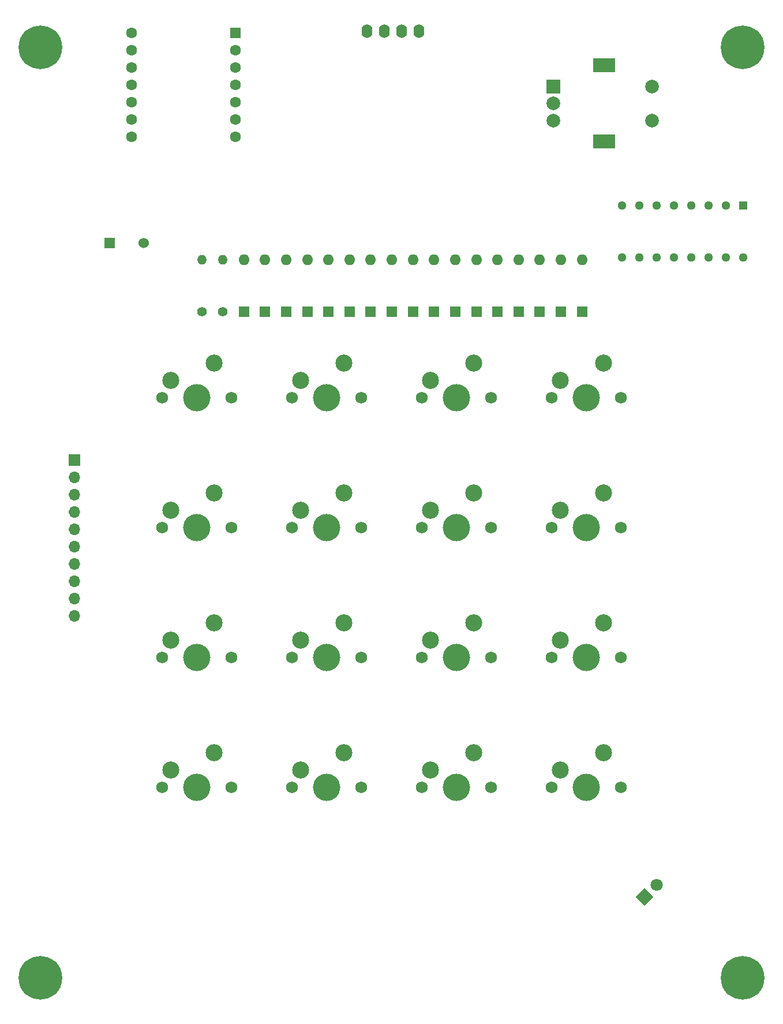
<source format=gts>
G04 #@! TF.GenerationSoftware,KiCad,Pcbnew,8.0.6-8.0.6-0~ubuntu22.04.1*
G04 #@! TF.CreationDate,2024-10-20T22:38:44+08:00*
G04 #@! TF.ProjectId,MacroPad,4d616372-6f50-4616-942e-6b696361645f,rev?*
G04 #@! TF.SameCoordinates,Original*
G04 #@! TF.FileFunction,Soldermask,Top*
G04 #@! TF.FilePolarity,Negative*
%FSLAX46Y46*%
G04 Gerber Fmt 4.6, Leading zero omitted, Abs format (unit mm)*
G04 Created by KiCad (PCBNEW 8.0.6-8.0.6-0~ubuntu22.04.1) date 2024-10-20 22:38:44*
%MOMM*%
%LPD*%
G01*
G04 APERTURE LIST*
G04 Aperture macros list*
%AMRotRect*
0 Rectangle, with rotation*
0 The origin of the aperture is its center*
0 $1 length*
0 $2 width*
0 $3 Rotation angle, in degrees counterclockwise*
0 Add horizontal line*
21,1,$1,$2,0,0,$3*%
G04 Aperture macros list end*
%ADD10C,1.750000*%
%ADD11C,4.000000*%
%ADD12C,2.500000*%
%ADD13R,2.000000X2.000000*%
%ADD14C,2.000000*%
%ADD15R,3.200000X2.000000*%
%ADD16R,1.524000X1.524000*%
%ADD17C,1.524000*%
%ADD18C,6.400000*%
%ADD19R,1.295400X1.295400*%
%ADD20C,1.295400*%
%ADD21RotRect,1.800000X1.800000X45.000000*%
%ADD22C,1.800000*%
%ADD23O,1.600000X2.000000*%
%ADD24R,1.600000X1.600000*%
%ADD25O,1.600000X1.600000*%
%ADD26C,1.400000*%
%ADD27O,1.400000X1.400000*%
%ADD28C,1.600000*%
%ADD29R,1.700000X1.700000*%
%ADD30O,1.700000X1.700000*%
G04 APERTURE END LIST*
D10*
G04 #@! TO.C,SW12*
X99767500Y-121912500D03*
D11*
X104847500Y-121912500D03*
D10*
X109927500Y-121912500D03*
D12*
X101037500Y-119372500D03*
X107387500Y-116832500D03*
G04 #@! TD*
D10*
G04 #@! TO.C,SW14*
X118817500Y-83812500D03*
D11*
X123897500Y-83812500D03*
D10*
X128977500Y-83812500D03*
D12*
X120087500Y-81272500D03*
X126437500Y-78732500D03*
G04 #@! TD*
D10*
G04 #@! TO.C,SW5*
X61667500Y-140962500D03*
D11*
X66747500Y-140962500D03*
D10*
X71827500Y-140962500D03*
D12*
X62937500Y-138422500D03*
X69287500Y-135882500D03*
G04 #@! TD*
D10*
G04 #@! TO.C,SW13*
X99767500Y-140962500D03*
D11*
X104847500Y-140962500D03*
D10*
X109927500Y-140962500D03*
D12*
X101037500Y-138422500D03*
X107387500Y-135882500D03*
G04 #@! TD*
D10*
G04 #@! TO.C,SW8*
X80717500Y-121912500D03*
D11*
X85797500Y-121912500D03*
D10*
X90877500Y-121912500D03*
D12*
X81987500Y-119372500D03*
X88337500Y-116832500D03*
G04 #@! TD*
D10*
G04 #@! TO.C,SW7*
X80717500Y-102862500D03*
D11*
X85797500Y-102862500D03*
D10*
X90877500Y-102862500D03*
D12*
X81987500Y-100322500D03*
X88337500Y-97782500D03*
G04 #@! TD*
D10*
G04 #@! TO.C,SW15*
X118817500Y-102862500D03*
D11*
X123897500Y-102862500D03*
D10*
X128977500Y-102862500D03*
D12*
X120087500Y-100322500D03*
X126437500Y-97782500D03*
G04 #@! TD*
D10*
G04 #@! TO.C,SW11*
X99767500Y-102862500D03*
D11*
X104847500Y-102862500D03*
D10*
X109927500Y-102862500D03*
D12*
X101037500Y-100322500D03*
X107387500Y-97782500D03*
G04 #@! TD*
D13*
G04 #@! TO.C,SW1*
X119072500Y-38157500D03*
D14*
X119072500Y-43157500D03*
X119072500Y-40657500D03*
D15*
X126572500Y-35057500D03*
X126572500Y-46257500D03*
D14*
X133572500Y-43157500D03*
X133572500Y-38157500D03*
G04 #@! TD*
D16*
G04 #@! TO.C,U3*
X53989300Y-61157500D03*
D17*
X58989300Y-61157500D03*
G04 #@! TD*
D18*
G04 #@! TO.C,H2*
X43822500Y-32407500D03*
G04 #@! TD*
D19*
G04 #@! TO.C,U2*
X146902500Y-55657500D03*
D20*
X144362500Y-55657500D03*
X141822500Y-55657500D03*
X139282500Y-55657500D03*
X136742500Y-55657500D03*
X134202500Y-55657500D03*
X131662500Y-55657500D03*
X129122500Y-55657500D03*
X129122500Y-63277500D03*
X131662500Y-63277500D03*
X134202500Y-63277500D03*
X136742500Y-63277500D03*
X139282500Y-63277500D03*
X141822500Y-63277500D03*
X144362500Y-63277500D03*
X146902500Y-63277500D03*
G04 #@! TD*
D10*
G04 #@! TO.C,SW9*
X80717500Y-140962500D03*
D11*
X85797500Y-140962500D03*
D10*
X90877500Y-140962500D03*
D12*
X81987500Y-138422500D03*
X88337500Y-135882500D03*
G04 #@! TD*
D10*
G04 #@! TO.C,SW10*
X99767500Y-83812500D03*
D11*
X104847500Y-83812500D03*
D10*
X109927500Y-83812500D03*
D12*
X101037500Y-81272500D03*
X107387500Y-78732500D03*
G04 #@! TD*
D18*
G04 #@! TO.C,H3*
X146822500Y-168907500D03*
G04 #@! TD*
G04 #@! TO.C,H4*
X43822500Y-168907500D03*
G04 #@! TD*
D10*
G04 #@! TO.C,SW17*
X118817500Y-140962500D03*
D11*
X123897500Y-140962500D03*
D10*
X128977500Y-140962500D03*
D12*
X120087500Y-138422500D03*
X126437500Y-135882500D03*
G04 #@! TD*
D10*
G04 #@! TO.C,SW4*
X61667500Y-121912500D03*
D11*
X66747500Y-121912500D03*
D10*
X71827500Y-121912500D03*
D12*
X62937500Y-119372500D03*
X69287500Y-116832500D03*
G04 #@! TD*
D21*
G04 #@! TO.C,D33*
X132420900Y-157059100D03*
D22*
X134216951Y-155263049D03*
G04 #@! TD*
D10*
G04 #@! TO.C,SW16*
X118817500Y-121912500D03*
D11*
X123897500Y-121912500D03*
D10*
X128977500Y-121912500D03*
D12*
X120087500Y-119372500D03*
X126437500Y-116832500D03*
G04 #@! TD*
D10*
G04 #@! TO.C,SW3*
X61667500Y-102862500D03*
D11*
X66747500Y-102862500D03*
D10*
X71827500Y-102862500D03*
D12*
X62937500Y-100322500D03*
X69287500Y-97782500D03*
G04 #@! TD*
D23*
G04 #@! TO.C,Brd1*
X91702500Y-30057500D03*
X94242500Y-30057500D03*
X96782500Y-30057500D03*
X99322500Y-30057500D03*
G04 #@! TD*
D18*
G04 #@! TO.C,H1*
X146822500Y-32407500D03*
G04 #@! TD*
D10*
G04 #@! TO.C,SW6*
X80717500Y-83812500D03*
D11*
X85797500Y-83812500D03*
D10*
X90877500Y-83812500D03*
D12*
X81987500Y-81272500D03*
X88337500Y-78732500D03*
G04 #@! TD*
D10*
G04 #@! TO.C,SW2*
X61667500Y-83812500D03*
D11*
X66747500Y-83812500D03*
D10*
X71827500Y-83812500D03*
D12*
X62937500Y-81272500D03*
X69287500Y-78732500D03*
G04 #@! TD*
D24*
G04 #@! TO.C,D10*
X92282500Y-71197500D03*
D25*
X92282500Y-63577500D03*
G04 #@! TD*
D24*
G04 #@! TO.C,D7*
X101582500Y-71197500D03*
D25*
X101582500Y-63577500D03*
G04 #@! TD*
D26*
G04 #@! TO.C,R2*
X67482500Y-71197500D03*
D27*
X67482500Y-63577500D03*
G04 #@! TD*
D26*
G04 #@! TO.C,R1*
X70582500Y-71197500D03*
D27*
X70582500Y-63577500D03*
G04 #@! TD*
D24*
G04 #@! TO.C,D8*
X98482500Y-71197500D03*
D25*
X98482500Y-63577500D03*
G04 #@! TD*
D24*
G04 #@! TO.C,D16*
X73682500Y-71197500D03*
D25*
X73682500Y-63577500D03*
G04 #@! TD*
D24*
G04 #@! TO.C,D34*
X123282500Y-71197500D03*
D25*
X123282500Y-63577500D03*
G04 #@! TD*
D24*
G04 #@! TO.C,U1*
X72442500Y-30287500D03*
D28*
X72442500Y-32827500D03*
X72442500Y-35367500D03*
X72442500Y-37907500D03*
X72442500Y-40447500D03*
X72442500Y-42987500D03*
X72442500Y-45527500D03*
X57202500Y-45527500D03*
X57202500Y-42987500D03*
X57202500Y-40447500D03*
X57202500Y-37907500D03*
X57202500Y-35367500D03*
X57202500Y-32827500D03*
X57202500Y-30287500D03*
G04 #@! TD*
D24*
G04 #@! TO.C,D15*
X76782500Y-71197500D03*
D25*
X76782500Y-63577500D03*
G04 #@! TD*
D24*
G04 #@! TO.C,D14*
X79882500Y-71197500D03*
D25*
X79882500Y-63577500D03*
G04 #@! TD*
D24*
G04 #@! TO.C,D5*
X107782500Y-71197500D03*
D25*
X107782500Y-63577500D03*
G04 #@! TD*
D24*
G04 #@! TO.C,D11*
X89182500Y-71197500D03*
D25*
X89182500Y-63577500D03*
G04 #@! TD*
D24*
G04 #@! TO.C,D12*
X86082500Y-71197500D03*
D25*
X86082500Y-63577500D03*
G04 #@! TD*
D24*
G04 #@! TO.C,D6*
X104682500Y-71197500D03*
D25*
X104682500Y-63577500D03*
G04 #@! TD*
D24*
G04 #@! TO.C,D1*
X120182500Y-71197500D03*
D25*
X120182500Y-63577500D03*
G04 #@! TD*
D24*
G04 #@! TO.C,D3*
X113982500Y-71197500D03*
D25*
X113982500Y-63577500D03*
G04 #@! TD*
D24*
G04 #@! TO.C,D2*
X117082500Y-71197500D03*
D25*
X117082500Y-63577500D03*
G04 #@! TD*
D26*
G04 #@! TO.C,R3*
X67482500Y-71197500D03*
D27*
X67482500Y-63577500D03*
G04 #@! TD*
D29*
G04 #@! TO.C,J1*
X48822500Y-92957500D03*
D30*
X48822500Y-95497500D03*
X48822500Y-98037500D03*
X48822500Y-100577500D03*
X48822500Y-103117500D03*
X48822500Y-105657500D03*
X48822500Y-108197500D03*
X48822500Y-110737500D03*
X48822500Y-113277500D03*
X48822500Y-115817500D03*
G04 #@! TD*
D24*
G04 #@! TO.C,D9*
X95382500Y-71197500D03*
D25*
X95382500Y-63577500D03*
G04 #@! TD*
D24*
G04 #@! TO.C,D13*
X82982500Y-71197500D03*
D25*
X82982500Y-63577500D03*
G04 #@! TD*
D24*
G04 #@! TO.C,D4*
X110882500Y-71197500D03*
D25*
X110882500Y-63577500D03*
G04 #@! TD*
M02*

</source>
